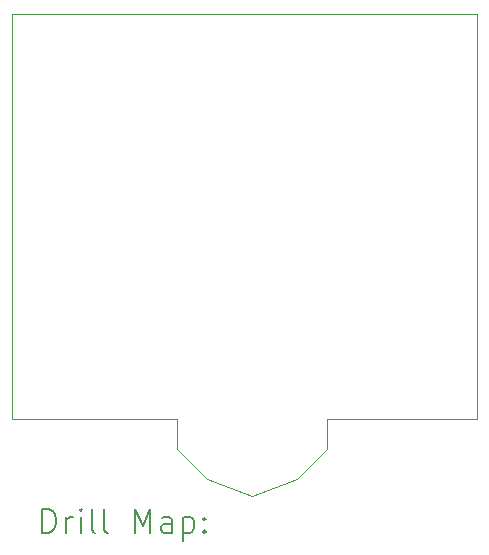
<source format=gbr>
%TF.GenerationSoftware,KiCad,Pcbnew,9.0.0-rc1*%
%TF.CreationDate,2025-03-07T01:04:17+01:00*%
%TF.ProjectId,nRF24-breakout,6e524632-342d-4627-9265-616b6f75742e,rev?*%
%TF.SameCoordinates,Original*%
%TF.FileFunction,Drillmap*%
%TF.FilePolarity,Positive*%
%FSLAX45Y45*%
G04 Gerber Fmt 4.5, Leading zero omitted, Abs format (unit mm)*
G04 Created by KiCad (PCBNEW 9.0.0-rc1) date 2025-03-07 01:04:17*
%MOMM*%
%LPD*%
G01*
G04 APERTURE LIST*
%ADD10C,0.050000*%
%ADD11C,0.200000*%
G04 APERTURE END LIST*
D10*
X12492000Y-9979000D02*
X12492000Y-9725000D01*
X9825000Y-6296000D02*
X13762000Y-6296000D01*
X11222000Y-9725000D02*
X10714000Y-9725000D01*
X13762000Y-6296000D02*
X13762000Y-9725000D01*
X9825000Y-9725000D02*
X10714000Y-9725000D01*
X11222000Y-9979000D02*
X11222000Y-9725000D01*
X11476000Y-10233000D02*
X11857000Y-10375634D01*
X12238000Y-10233000D02*
X11857000Y-10375634D01*
X9825000Y-6296000D02*
X9825000Y-9725000D01*
X12238000Y-10233000D02*
X12492000Y-9979000D01*
X12492000Y-9725000D02*
X12873000Y-9725000D01*
X11476000Y-10233000D02*
X11222000Y-9979000D01*
X12873000Y-9725000D02*
X13762000Y-9725000D01*
D11*
X10083277Y-10689618D02*
X10083277Y-10489618D01*
X10083277Y-10489618D02*
X10130896Y-10489618D01*
X10130896Y-10489618D02*
X10159467Y-10499142D01*
X10159467Y-10499142D02*
X10178515Y-10518190D01*
X10178515Y-10518190D02*
X10188039Y-10537237D01*
X10188039Y-10537237D02*
X10197563Y-10575332D01*
X10197563Y-10575332D02*
X10197563Y-10603904D01*
X10197563Y-10603904D02*
X10188039Y-10641999D01*
X10188039Y-10641999D02*
X10178515Y-10661047D01*
X10178515Y-10661047D02*
X10159467Y-10680094D01*
X10159467Y-10680094D02*
X10130896Y-10689618D01*
X10130896Y-10689618D02*
X10083277Y-10689618D01*
X10283277Y-10689618D02*
X10283277Y-10556285D01*
X10283277Y-10594380D02*
X10292801Y-10575332D01*
X10292801Y-10575332D02*
X10302324Y-10565809D01*
X10302324Y-10565809D02*
X10321372Y-10556285D01*
X10321372Y-10556285D02*
X10340420Y-10556285D01*
X10407086Y-10689618D02*
X10407086Y-10556285D01*
X10407086Y-10489618D02*
X10397563Y-10499142D01*
X10397563Y-10499142D02*
X10407086Y-10508666D01*
X10407086Y-10508666D02*
X10416610Y-10499142D01*
X10416610Y-10499142D02*
X10407086Y-10489618D01*
X10407086Y-10489618D02*
X10407086Y-10508666D01*
X10530896Y-10689618D02*
X10511848Y-10680094D01*
X10511848Y-10680094D02*
X10502324Y-10661047D01*
X10502324Y-10661047D02*
X10502324Y-10489618D01*
X10635658Y-10689618D02*
X10616610Y-10680094D01*
X10616610Y-10680094D02*
X10607086Y-10661047D01*
X10607086Y-10661047D02*
X10607086Y-10489618D01*
X10864229Y-10689618D02*
X10864229Y-10489618D01*
X10864229Y-10489618D02*
X10930896Y-10632475D01*
X10930896Y-10632475D02*
X10997563Y-10489618D01*
X10997563Y-10489618D02*
X10997563Y-10689618D01*
X11178515Y-10689618D02*
X11178515Y-10584856D01*
X11178515Y-10584856D02*
X11168991Y-10565809D01*
X11168991Y-10565809D02*
X11149944Y-10556285D01*
X11149944Y-10556285D02*
X11111848Y-10556285D01*
X11111848Y-10556285D02*
X11092801Y-10565809D01*
X11178515Y-10680094D02*
X11159467Y-10689618D01*
X11159467Y-10689618D02*
X11111848Y-10689618D01*
X11111848Y-10689618D02*
X11092801Y-10680094D01*
X11092801Y-10680094D02*
X11083277Y-10661047D01*
X11083277Y-10661047D02*
X11083277Y-10641999D01*
X11083277Y-10641999D02*
X11092801Y-10622952D01*
X11092801Y-10622952D02*
X11111848Y-10613428D01*
X11111848Y-10613428D02*
X11159467Y-10613428D01*
X11159467Y-10613428D02*
X11178515Y-10603904D01*
X11273753Y-10556285D02*
X11273753Y-10756285D01*
X11273753Y-10565809D02*
X11292801Y-10556285D01*
X11292801Y-10556285D02*
X11330896Y-10556285D01*
X11330896Y-10556285D02*
X11349943Y-10565809D01*
X11349943Y-10565809D02*
X11359467Y-10575332D01*
X11359467Y-10575332D02*
X11368991Y-10594380D01*
X11368991Y-10594380D02*
X11368991Y-10651523D01*
X11368991Y-10651523D02*
X11359467Y-10670571D01*
X11359467Y-10670571D02*
X11349943Y-10680094D01*
X11349943Y-10680094D02*
X11330896Y-10689618D01*
X11330896Y-10689618D02*
X11292801Y-10689618D01*
X11292801Y-10689618D02*
X11273753Y-10680094D01*
X11454705Y-10670571D02*
X11464229Y-10680094D01*
X11464229Y-10680094D02*
X11454705Y-10689618D01*
X11454705Y-10689618D02*
X11445182Y-10680094D01*
X11445182Y-10680094D02*
X11454705Y-10670571D01*
X11454705Y-10670571D02*
X11454705Y-10689618D01*
X11454705Y-10565809D02*
X11464229Y-10575332D01*
X11464229Y-10575332D02*
X11454705Y-10584856D01*
X11454705Y-10584856D02*
X11445182Y-10575332D01*
X11445182Y-10575332D02*
X11454705Y-10565809D01*
X11454705Y-10565809D02*
X11454705Y-10584856D01*
M02*

</source>
